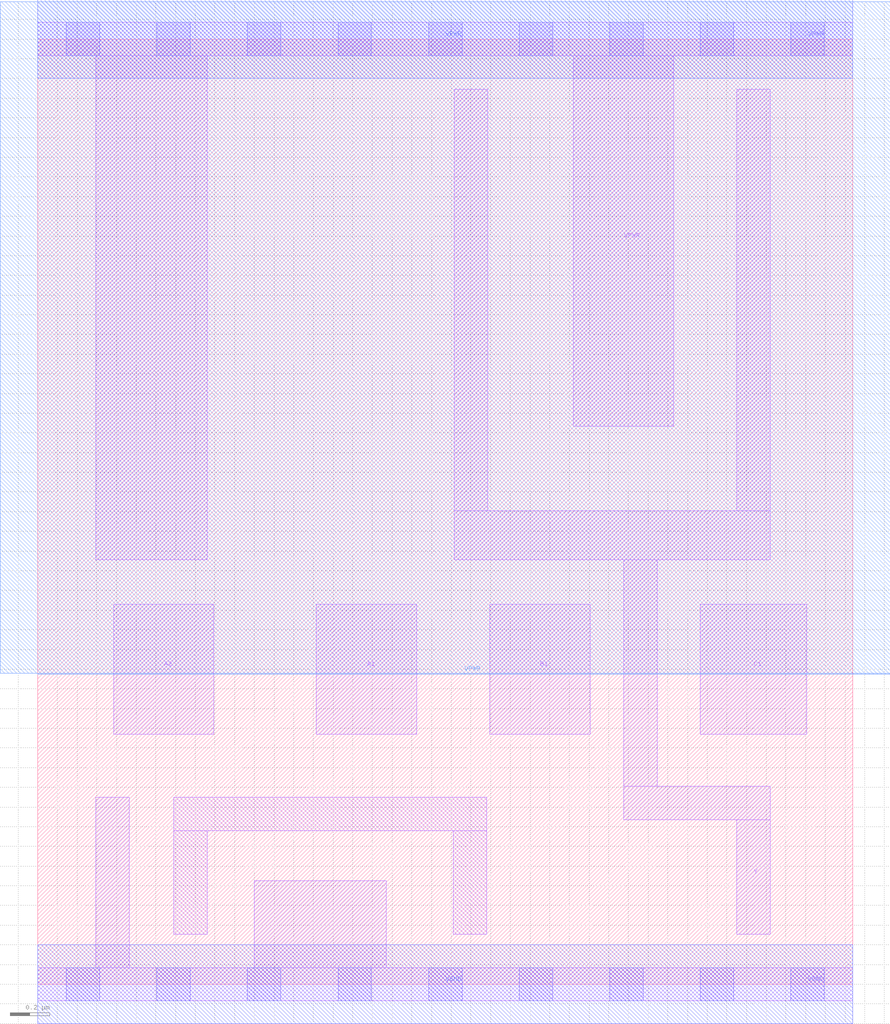
<source format=lef>
VERSION 5.7 ;
  NOWIREEXTENSIONATPIN ON ;
  DIVIDERCHAR "/" ;
  BUSBITCHARS "[]" ;
MACRO thesis_oai211
  CLASS CORE ;
  FOREIGN thesis_oai211 ;
  ORIGIN 0.000 0.000 ;
  SIZE 4.140 BY 4.800 ;
  PIN A2
    DIRECTION INPUT ;
    USE SIGNAL ;
    ANTENNAGATEAREA 0.553500 ;
    PORT
      LAYER li1 ;
        RECT 0.385 1.270 0.895 1.930 ;
    END
  END A2
  PIN A1
    DIRECTION INPUT ;
    USE SIGNAL ;
    ANTENNAGATEAREA 0.553500 ;
    PORT
      LAYER li1 ;
        RECT 1.415 1.270 1.925 1.930 ;
    END
  END A1
  PIN B1
    ANTENNAGATEAREA 0.553500 ;
    PORT
      LAYER li1 ;
        RECT 2.295 1.270 2.805 1.930 ;
    END
  END B1
  PIN C1
    DIRECTION INPUT ;
    USE SIGNAL ;
    ANTENNAGATEAREA 0.553500 ;
    PORT
      LAYER li1 ;
        RECT 3.365 1.270 3.905 1.930 ;
    END
  END C1
  PIN Y
    DIRECTION OUTPUT ;
    USE SIGNAL ;
    ANTENNADIFFAREA 3.218200 ;
    PORT
      LAYER li1 ;
        RECT 2.115 2.405 2.285 4.545 ;
        RECT 3.550 2.405 3.720 4.545 ;
        RECT 2.115 2.155 3.720 2.405 ;
        RECT 2.975 1.005 3.145 2.155 ;
        RECT 2.975 0.835 3.720 1.005 ;
        RECT 3.550 0.255 3.720 0.835 ;
    END
  END Y
  PIN VPWR
    DIRECTION INOUT ;
    USE POWER ;
    PORT
      LAYER nwell ;
        RECT -0.190 1.580 4.330 4.990 ;
        RECT 0.000 1.575 4.330 1.580 ;
      LAYER li1 ;
        RECT 0.000 4.715 4.140 4.885 ;
        RECT 0.295 2.155 0.860 4.715 ;
        RECT 2.720 2.835 3.230 4.715 ;
      LAYER mcon ;
        RECT 0.145 4.715 0.315 4.885 ;
        RECT 0.605 4.715 0.775 4.885 ;
        RECT 1.065 4.715 1.235 4.885 ;
        RECT 1.525 4.715 1.695 4.885 ;
        RECT 1.985 4.715 2.155 4.885 ;
        RECT 2.445 4.715 2.615 4.885 ;
        RECT 2.905 4.715 3.075 4.885 ;
        RECT 3.365 4.715 3.535 4.885 ;
        RECT 3.825 4.715 3.995 4.885 ;
      LAYER met1 ;
        RECT 0.000 4.600 4.140 5.000 ;
    END
  END VPWR
  PIN VGND
    USE GROUND ;
    PORT
      LAYER li1 ;
        RECT 0.295 0.085 0.465 0.950 ;
        RECT 1.100 0.085 1.770 0.525 ;
        RECT 0.000 -0.085 4.140 0.085 ;
      LAYER mcon ;
        RECT 0.145 -0.085 0.315 0.085 ;
        RECT 0.605 -0.085 0.775 0.085 ;
        RECT 1.065 -0.085 1.235 0.085 ;
        RECT 1.525 -0.085 1.695 0.085 ;
        RECT 1.985 -0.085 2.155 0.085 ;
        RECT 2.445 -0.085 2.615 0.085 ;
        RECT 2.905 -0.085 3.075 0.085 ;
        RECT 3.365 -0.085 3.535 0.085 ;
        RECT 3.825 -0.085 3.995 0.085 ;
      LAYER met1 ;
        RECT 0.000 -0.200 4.140 0.200 ;
    END
  END VGND
  OBS
      LAYER li1 ;
        RECT 0.690 0.780 2.280 0.950 ;
        RECT 0.690 0.255 0.860 0.780 ;
        RECT 2.110 0.255 2.280 0.780 ;
  END
END thesis_oai211
END LIBRARY


</source>
